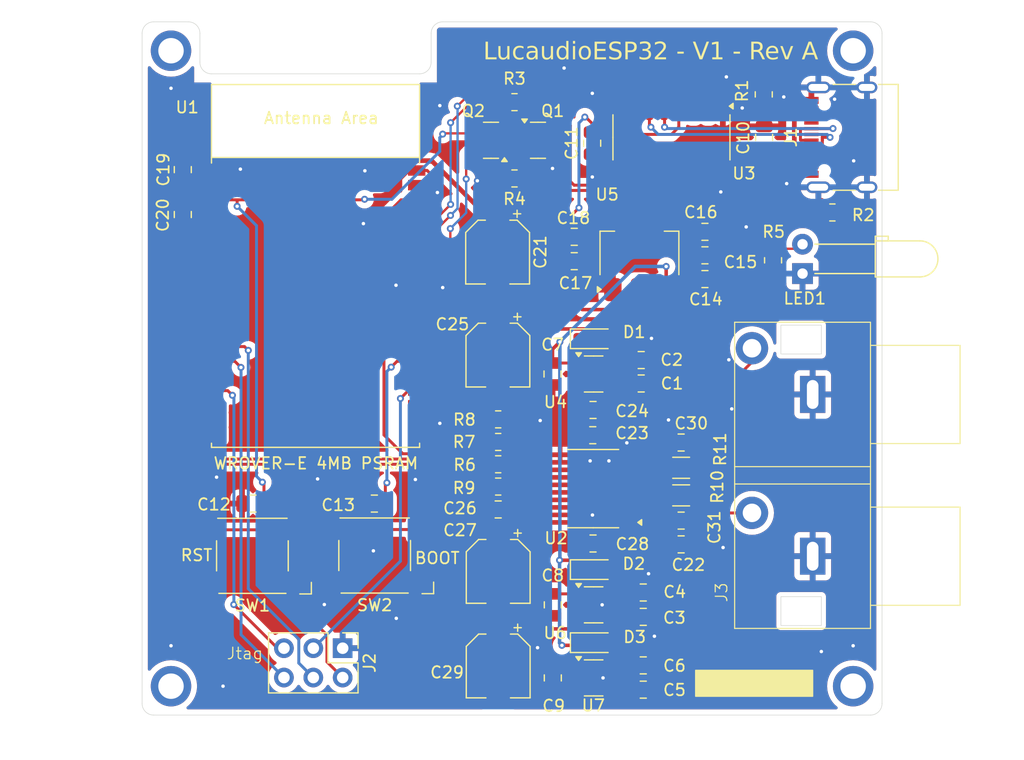
<source format=kicad_pcb>
(kicad_pcb (version 20240108) (generator "pcbnew") (generator_version "8.0")
  (layers (0 "F.Cu" signal) (31 "B.Cu" signal) (34 "B.Paste" user) (35 "F.Paste" user) (36 "B.SilkS" user "B.Silkscreen") (37 "F.SilkS" user "F.Silkscreen") (38 "B.Mask" user) (39 "F.Mask" user) (44 "Edge.Cuts" user))
  (net 0 "")
  (net 1 "GND")
  (net 4 "Net-(U2-CAPM)")
  (net 6 "Net-(U2-CAPP)")
  (net 7 "Net-(U2-VNEG)")
  (net 8 "Net-(J3-IN2)")
  (net 9 "Net-(J3-IN1)")
  (net 10 "I2S_WS")
  (net 11 "Net-(U2-LRCK)")
  (net 12 "I2S_DATA")
  (net 13 "Net-(U2-DIN)")
  (net 14 "I2S_CLK")
  (net 15 "Net-(U2-BCK)")
  (net 16 "Net-(U2-XSMT)")
  (net 17 "Net-(U2-OUTL)")
  (net 31 "+5V")
  (net 32 "3V3")
  (net 33 "Net-(J1-CC2)")
  (net 34 "Net-(U3-UD-)")
  (net 35 "Net-(J1-CC1)")
  (net 36 "Net-(U3-UD+)")
  (net 37 "RTS")
  (net 38 "DTR")
  (net 39 "MCU_TX")
  (net 40 "MCU_RX")
  (net 41 "MCU_RST")
  (net 42 "GPIO0")
  (net 43 "Net-(LED1-A)")
  (net 44 "Net-(Q1-B)")
  (net 45 "Net-(Q2-B)")
  (net 46 "3V3_1")
  (net 47 "3V3_2")
  (net 48 "3V3_3")
  (net 49 "Net-(U2-OUTR)")
  (net 50 "SPI_HOST")
  (net 52 "GPIO14")
  (net 53 "GPIO13")
  (net 54 "SPI_RST")
  (net 55 "SPI_CLK")
  (net 56 "SPI_DC")
  (net 57 "RL1")
  (net 59 "GPIO15")
  (net 60 "SPI_MISO")
  (net 61 "SPI_MOSI")
  (net 62 "RGB")
  (net 64 "SPI_CS")
  (net 65 "GPIO12")
  (footprint "Capacitor_SMD:C_0805_2012Metric_Pad1.18x1.45mm_HandSolder" (layer "F.Cu") (at 149.1234 109.1692)
    (property "Reference" "C31")
    (property "Value" "2.2nF")
  )
  (footprint "Capacitor_SMD:C_0805_2012Metric" (layer "F.Cu") (at 139.8778 86.7156)
    (property "Reference" "C17")
    (property "Value" "100nF")
  )
  (footprint "Capacitor_SMD:C_0805_2012Metric_Pad1.18x1.45mm_HandSolder" (layer "F.Cu") (at 133.2992 108.204 180)
    (property "Reference" "C26")
    (property "Value" "100nF")
  )
  (footprint "Local_connector:2x RCA" (layer "F.Cu") (at 161.25 105.25 90)
    (property "Reference" "J3")
    (property "Value" "Conn_Coaxial_x2")
    (fp_rect (start 10.5 -3.5) (end 13 0) (stroke (width 0.05)) (fill none) (layer "Edge.Cuts"))
    (fp_rect (start -13 -3.5) (end -10.5 0) (stroke (width 0.05)) (fill none) (layer "Edge.Cuts"))
  )
  (footprint "Capacitor_SMD:C_0805_2012Metric" (layer "F.Cu") (at 137.9982 96.4805 -90)
    (property "Reference" "C7")
    (property "Value" "1uF")
  )
  (footprint "Capacitor_SMD:C_0805_2012Metric" (layer "F.Cu") (at 151.1808 88.265)
    (property "Reference" "C14")
    (property "Value" "100nF")
  )
  (footprint "Espressif:ESP32-WROVER-E" (layer "F.Cu") (at 117.5004 87.122)
    (property "Reference" "U1")
    (property "Value" "ESP32-WROVER-E")
  )
  (footprint "Diode_SMD:D_SOD-323_HandSoldering" (layer "F.Cu") (at 141.5542 93.4325)
    (property "Reference" "D1")
    (property "Value" "1N5819WS")
  )
  (footprint "Resistor_SMD:R_0805_2012Metric_Pad1.20x1.40mm_HandSolder" (layer "F.Cu") (at 134.7092 72.9508)
    (property "Reference" "R3")
    (property "Value" "10K")
  )
  (footprint "Capacitor_SMD:C_0805_2012Metric" (layer "F.Cu") (at 156.2992 75.9988 90)
    (property "Reference" "C10")
    (property "Value" "100nF")
  )
  (footprint "Package_TO_SOT_SMD:SOT-23-5" (layer "F.Cu") (at 141.5542 122.7836)
    (property "Reference" "U7")
    (property "Value" "LP5907MFX-3.3")
  )
  (footprint "Resistor_SMD:R_0805_2012Metric_Pad1.20x1.40mm_HandSolder" (layer "F.Cu") (at 156.2695 72.2797 -90)
    (property "Reference" "R1")
    (property "Value" "5.1k")
  )
  (footprint "Capacitor_SMD:C_0805_2012Metric_Pad1.18x1.45mm_HandSolder" (layer "F.Cu") (at 106.0196 78.7908 90)
    (property "Reference" "C19")
    (property "Value" "100nF")
  )
  (footprint "Package_TO_SOT_SMD:SOT-223-3_TabPin2" (layer "F.Cu") (at 145.5166 86.0298 90)
    (property "Reference" "U5")
    (property "Value" "TLV1117-33")
  )
  (footprint "Capacitor_SMD:C_0805_2012Metric" (layer "F.Cu") (at 145.8468 121.7)
    (property "Reference" "C6")
    (property "Value" "100nF")
  )
  (footprint "Capacitor_SMD:C_0805_2012Metric_Pad1.18x1.45mm_HandSolder" (layer "F.Cu") (at 149.1234 102.4128 180)
    (property "Reference" "C30")
    (property "Value" "2.2nF")
  )
  (footprint "Capacitor_SMD:CP_Elec_5x4.5" (layer "F.Cu") (at 133.2738 94.8436 -90)
    (property "Reference" "C25")
    (property "Value" "10uF")
  )
  (footprint "Capacitor_SMD:C_0805_2012Metric" (layer "F.Cu") (at 145.669 95.2754)
    (property "Reference" "C2")
    (property "Value" "100nF")
  )
  (footprint "MountingHole:MountingHole_2.2mm_M2_ISO7380_Pad" (layer "F.Cu") (at 105 123.5)
    (property "Reference" "REF**" (hide yes))
    (property "Value" "MountingHole_2.2mm_M2_ISO7380_Pad")
  )
  (footprint "Capacitor_SMD:C_0805_2012Metric" (layer "F.Cu") (at 122.5887 107.696 180)
    (property "Reference" "C13")
    (property "Value" "100nF")
  )
  (footprint "Package_TO_SOT_SMD:SOT-23" (layer "F.Cu") (at 132.6772 76.2528 180)
    (property "Reference" "Q2")
    (property "Value" "BC847")
  )
  (footprint "Resistor_SMD:R_1206_3216Metric_Pad1.30x1.75mm_HandSolder" (layer "F.Cu") (at 149.1234 104.5972)
    (property "Reference" "R11")
    (property "Value" "470")
  )
  (footprint "Capacitor_SMD:C_0805_2012Metric_Pad1.18x1.45mm_HandSolder" (layer "F.Cu") (at 141.478 101.7778 180)
    (property "Reference" "C23")
    (property "Value" "2.2uF")
  )
  (footprint "Package_TO_SOT_SMD:SOT-23" (layer "F.Cu") (at 136.7412 76.2528)
    (property "Reference" "Q1")
    (property "Value" "BC847")
  )
  (footprint "Connector_PinHeader_2.54mm:PinHeader_2x03_P2.54mm_Vertical" (layer "F.Cu") (at 119.8476 120.2132 -90)
    (property "Reference" "J2")
    (property "Value" "jtag")
  )
  (footprint "Capacitor_SMD:C_0805_2012Metric_Pad1.18x1.45mm_HandSolder" (layer "F.Cu") (at 149.1234 111.2266 180)
    (property "Reference" "C22")
    (property "Value" "2.2uF")
  )
  (footprint "Capacitor_SMD:CP_Elec_5x4.5" (layer "F.Cu") (at 133.2484 85.9282 -90)
    (property "Reference" "C21")
    (property "Value" "100uF")
  )
  (footprint "Capacitor_SMD:C_0805_2012Metric" (layer "F.Cu") (at 112.0902 107.696 180)
    (property "Reference" "C12")
    (property "Value" "100nF")
  )
  (footprint "Capacitor_SMD:C_0805_2012Metric" (layer "F.Cu") (at 145.8468 123.8)
    (property "Reference" "C5")
    (property "Value" "1uF")
  )
  (footprint "MountingHole:MountingHole_2.2mm_M2_ISO7380_Pad" (layer "F.Cu") (at 164 123.5)
    (property "Reference" "REF**" (hide yes))
    (property "Value" "MountingHole_2.2mm_M2_ISO7380_Pad")
  )
  (footprint "Capacitor_SMD:C_0805_2012Metric" (layer "F.Cu") (at 151.1808 84.1756)
    (property "Reference" "C16")
    (property "Value" "10uF")
  )
  (footprint "Connector_USB:USB_C_Receptacle_G-Switch_GT-USB-7010ASV" (layer "F.Cu") (at 164.1142 75.9968 90)
    (property "Reference" "J1")
    (property "Value" "USB_C_Receptacle_USB2.0_16P")
  )
  (footprint "Resistor_SMD:R_0805_2012Metric_Pad1.20x1.40mm_HandSolder" (layer "F.Cu") (at 133.2992 106.2228)
    (property "Reference" "R9")
    (property "Value" "470")
  )
  (footprint "Diode_SMD:D_SOD-323_HandSoldering" (layer "F.Cu") (at 141.5542 119.7356)
    (property "Reference" "D3")
    (property "Value" "1N5819WS")
  )
  (footprint "Button_Switch_SMD:SW_SPST_Omron_B3FS-100xP" (layer "F.Cu") (at 112.0394 112.2172 180)
    (property "Reference" "SW1")
    (property "Value" "SW_Omron_B3FS")
  )
  (footprint "Capacitor_SMD:C_0805_2012Metric" (layer "F.Cu") (at 138.0236 116.459 -90)
    (property "Reference" "C8")
    (property "Value" "1uF")
  )
  (footprint "Resistor_SMD:R_0805_2012Metric_Pad1.20x1.40mm_HandSolder" (layer "F.Cu") (at 157.0736 86.6394 90)
    (property "Reference" "R5")
    (property "Value" "1K")
  )
  (footprint "MountingHole:MountingHole_2.2mm_M2_ISO7380_Pad" (layer "F.Cu") (at 105 68.5)
    (property "Reference" "REF**" (hide yes))
    (property "Value" "MountingHole_2.2mm_M2_ISO7380_Pad")
  )
  (footprint "Capacitor_SMD:CP_Elec_5x4.5" (layer "F.Cu") (at 133.2992 121.75 -90)
    (property "Reference" "C29")
    (property "Value" "10uF")
  )
  (footprint "Capacitor_SMD:C_0805_2012Metric_Pad1.18x1.45mm_HandSolder" (layer "F.Cu") (at 141.5034 111.1504 180)
    (property "Reference" "C28")
    (property "Value" "100nF")
  )
  (footprint "Capacitor_SMD:C_0805_2012Metric" (layer "F.Cu") (at 145.8468 115.3922)
    (property "Reference" "C4")
    (property "Value" "100nF")
  )
  (footprint "Resistor_SMD:R_0805_2012Metric_Pad1.20x1.40mm_HandSolder" (layer "F.Cu") (at 133.2992 102.362)
    (property "Reference" "R7")
    (property "Value" "470")
  )
  (footprint "Capacitor_SMD:CP_Elec_5x4.5" (layer "F.Cu") (at 133.2992 113.5634 -90)
    (property "Reference" "C27")
    (property "Value" "10uF")
  )
  (footprint "Resistor_SMD:R_1206_3216Metric_Pad1.30x1.75mm_HandSolder" (layer "F.Cu") (at 149.1234 106.9848)
    (property "Reference" "R10")
    (property "Value" "470")
  )
  (footprint "Resistor_SMD:R_0805_2012Metric_Pad1.20x1.40mm_HandSolder" (layer "F.Cu") (at 133.2992 104.2924)
    (property "Reference" "R6")
    (property "Value" "470")
  )
  (footprint "Capacitor_SMD:C_0805_2012Metric" (layer "F.Cu") (at 139.8778 84.6074)
    (property "Reference" "C18")
    (property "Value" "10uF")
  )
  (footprint "Package_TO_SOT_SMD:SOT-23-5" (layer "F.Cu") (at 141.5542 96.4805)
    (property "Reference" "U4")
    (property "Value" "LP5907MFX-3.3")
  )
  (footprint "Capacitor_SMD:C_0805_2012Metric" (layer "F.Cu") (at 151.1808 86.2076)
    (property "Reference" "C15")
    (property "Value" "100nF")
  )
  (footprint "Capacitor_SMD:C_0805_2012Metric_Pad1.18x1.45mm_HandSolder" (layer "F.Cu") (at 106.0196 82.677 -90)
    (property "Reference" "C20")
    (property "Value" "4.7uF")
  )
  (footprint "Resistor_SMD:R_0805_2012Metric_Pad1.20x1.40mm_HandSolder" (layer "F.Cu") (at 162.2044 82.4992 180)
    (property "Reference" "R2")
    (property "Value" "5.1k")
  )
  (footprint "Button_Switch_SMD:SW_SPST_Omron_B3FS-100xP" (layer "F.Cu") (at 122.6141 112.1918 180)
    (property "Reference" "SW2")
    (property "Value" "SW_Omron_B3FS")
  )
  (footprint "Resistor_SMD:R_0805_2012Metric_Pad1.20x1.40mm_HandSolder" (layer "F.Cu") (at 134.7092 79.5548 180)
    (property "Reference" "R4")
    (property "Value" "10K")
  )
  (footprint "Capacitor_SMD:C_0805_2012Metric" (layer "F.Cu") (at 138.0236 122.7836 -90)
    (property "Reference" "C9")
    (property "Value" "1uF")
  )
  (footprint "Resistor_SMD:R_0805_2012Metric_Pad1.20x1.40mm_HandSolder" (layer "F.Cu") (at 133.2992 100.4062)
    (property "Reference" "R8")
    (property "Value" "470")
  )
  (footprint "Package_SO:SOIC-16_3.9x9.9mm_P1.27mm" (layer "F.Cu") (at 148.2852 75.9968 -90)
    (property "Reference" "U3")
    (property "Value" "CH340C")
  )
  (footprint "Capacitor_SMD:C_0805_2012Metric_Pad1.18x1.45mm_HandSolder" (layer "F.Cu") (at 141.5034 99.5934 180)
    (property "Reference" "C24")
    (property "Value" "100nF")
  )
  (footprint "Capacitor_SMD:C_0805_2012Metric" (layer "F.Cu") (at 145.669 97.3)
    (property "Reference" "C1")
    (property "Value" "1uF")
  )
  (footprint "Capacitor_SMD:C_0805_2012Metric" (layer "F.Cu") (at 145.8468 117.5004)
    (property "Reference" "C3")
    (property "Value" "1uF")
  )
  (footprint "Capacitor_SMD:C_0805_2012Metric" (layer "F.Cu") (at 141.4272 76.5048 -90)
    (property "Reference" "C11")
    (property "Value" "100nF")
  )
  (footprint "Diode_SMD:D_SOD-323_HandSoldering" (layer "F.Cu") (at 141.5542 113.411)
    (property "Reference" "D2")
    (property "Value" "1N5819WS")
  )
  (footprint "Package_SO:TSSOP-20_4.4x6.5mm_P0.65mm" (layer "F.Cu") (at 141.5191 106.4006 180)
    (property "Reference" "U2")
    (property "Value" "PCM5100")
  )
  (footprint "LED_THT:LED_D3.0mm_Horizontal_O6.35mm_Z10.0mm" (layer "F.Cu") (at 159.6234 87.7878 90)
    (property "Reference" "LED1")
    (property "Value" "RED")
  )
  (footprint "MountingHole:MountingHole_2.2mm_M2_ISO7380_Pad" (layer "F.Cu") (at 164 68.5)
    (property "Reference" "REF**" (hide yes))
    (property "Value" "MountingHole_2.2mm_M2_ISO7380_Pad")
  )
  (footprint "Package_TO_SOT_SMD:SOT-23-5" (layer "F.Cu") (at 141.5542 116.459)
    (property "Reference" "U6")
    (property "Value" "LP5907MFX-3.3")
  )
  (gr_rect (start 150.375 122.125) (end 160.5 124.375) (stroke (width 0.1)) (fill solid) (layer "F.SilkS"))
  (gr_line (start 103.5 66) (end 106.5 66) (stroke (width 0.05)) (layer "Edge.Cuts"))
  (gr_arc (start 103.5 126) (mid 102.792893 125.707107) (end 102.5 125) (stroke (width 0.05)) (layer "Edge.Cuts"))
  (gr_line (start 128.5 66) (end 165.5 66) (stroke (width 0.05)) (layer "Edge.Cuts"))
  (gr_arc (start 102.5 67) (mid 102.792893 66.292893) (end 103.5 66) (stroke (width 0.05)) (layer "Edge.Cuts"))
  (gr_line (start 108.5 70.5) (end 126.5 70.5) (stroke (width 0.05)) (layer "Edge.Cuts"))
  (gr_line (start 102.5 125) (end 102.5 67) (stroke (width 0.05)) (layer "Edge.Cuts"))
  (gr_arc (start 106.5 66) (mid 107.207107 66.292893) (end 107.5 67) (stroke (width 0.05)) (layer "Edge.Cuts"))
  (gr_line (start 107.5 67) (end 107.5 69.5) (stroke (width 0.05)) (layer "Edge.Cuts"))
  (gr_line (start 165.5 126) (end 103.5 126) (stroke (width 0.05)) (layer "Edge.Cuts"))
  (gr_arc (start 108.5 70.5) (mid 107.792893 70.207107) (end 107.5 69.5) (stroke (width 0.05)) (layer "Edge.Cuts"))
  (gr_arc (start 127.5 67) (mid 127.792893 66.292893) (end 128.5 66) (stroke (width 0.05)) (layer "Edge.Cuts"))
  (gr_line (start 127.5 69.5) (end 127.5 67) (stroke (width 0.05)) (layer "Edge.Cuts"))
  (gr_arc (start 127.5 69.5) (mid 127.207107 70.207107) (end 126.5 70.5) (stroke (width 0.05)) (layer "Edge.Cuts"))
  (gr_arc (start 165.5 66) (mid 166.207107 66.292893) (end 166.5 67) (stroke (width 0.05)) (layer "Edge.Cuts"))
  (gr_arc (start 166.5 125) (mid 166.207107 125.707107) (end 165.5 126) (stroke (width 0.05)) (layer "Edge.Cuts"))
  (gr_line (start 166.5 67) (end 166.5 125) (stroke (width 0.05)) (layer "Edge.Cuts"))
  (gr_text "BOOT" (at 126 113 0) (layer "F.SilkS") (effects (font (size 1 1)) (justify left bottom)))
  (gr_text "WROVER-E 4MB PSRAM" (at 108.6 104.8 0) (layer "F.SilkS") (effects (font (size 1 1)) (justify left bottom)))
  (gr_text "Jtag" (at 109.75 121.25 0) (layer "F.SilkS") (effects (font (size 1 1) (thickness 0.1)) (justify left bottom)))
  (gr_text "RST" (at 105.75 112.75 0) (layer "F.SilkS") (effects (font (size 1 1)) (justify left bottom)))
  (gr_text "LucaudioESP32 - V1 - Rev A" (at 132 69.5 0) (layer "F.SilkS") (effects (font (size 1.5 1.5) (thickness 0.2)) (justify left bottom)))
  (segment (start 126.2504 78.867) (end 125.603 78.867) (width 0.254) (layer "F.Cu") (net 1))
  (segment (start 160.3892 79.1968) (end 158.9432 79.1968) (width 0.254) (layer "F.Cu") (net 1))
  (segment (start 141.6304 97.031701) (end 141.6304 98.4289) (width 0.254) (layer "F.Cu") (net 1))
  (segment (start 138.6566 108.6756) (end 140.219 108.6756) (width 0.254) (layer "F.Cu") (net 1))
  (segment (start 139.8756 104.1256) (end 140 104.25) (width 0.2) (layer "F.Cu") (net 1))
  (segment (start 144.3816 104.1256) (end 143.1337 104.1256) (width 0.254) (layer "F.Cu") (net 1))
  (segment (start 143.1337 104.1256) (end 143.0026 104.1256) (width 0.254) (layer "F.Cu") (net 1))
  (segment (start 137.8756 104.1256) (end 137.25 103.5) (width 0.2) (layer "F.Cu") (net 1))
  (segment (start 138.6566 106.7256) (end 140.279 106.7256) (width 0.254) (layer "F.Cu") (net 1))
  (segment (start 140.4167 96.4805) (end 141.079199 96.4805) (width 0.254) (layer "F.Cu") (net 1))
  (segment (start 144.3816 108.0256) (end 143.0933 108.0256) (width 0.254) (layer "F.Cu") (net 1))
  (segment (start 126.2504 78.867) (end 127.1524 78.867) (width 0.254) (layer "F.Cu") (net 1))
  (segment (start 140.279 106.7256) (end 140.3096 106.7562) (width 0.254) (layer "F.Cu") (net 1))
  (segment (start 127.1524 78.867) (end 127.7366 79.4512) (width 0.254) (layer "F.Cu") (net 1))
  (segment (start 141.079199 96.4805) (end 141.6304 97.031701) (width 0.254) (layer "F.Cu") (net 1))
  (segment (start 143.1337 104.1256) (end 143.1193 104.14) (width 0.254) (layer "F.Cu") (net 1))
  (segment (start 140.219 108.6756) (end 140.4366 108.458) (width 0.254) (layer "F.Cu") (net 1))
  (segment (start 138.6566 104.1256) (end 139.8756 104.1256) (width 0.2) (layer "F.Cu") (net 1))
  (segment (start 143.0933 108.0256) (end 143.0685 108.0008) (width 0.254) (layer "F.Cu") (net 1))
  (segment (start 141.6304 98.4289) (end 140.4659 99.5934) (width 0.254) (layer "F.Cu") (net 1))
  (segment (start 125.603 78.867) (end 124.841 79.629) (width 0.254) (layer "F.Cu") (net 1))
  (segment (start 138.6566 104.1256) (end 137.8756 104.1256) (width 0.2) (layer "F.Cu") (net 1))
  (segment (start 143.0026 104.1256) (end 142.877 104) (width 0.254) (layer "F.Cu") (net 1))
  (via (at 142.877 104) (size 0.6) (drill 0.3) (layers "F.Cu" "B.Cu") (net 1))
  (via (at 161.25 120.5) (size 0.6) (drill 0.3) (layers "F.Cu" "B.Cu") (net 1))
  (via (at 153.035 70.7644) (size 0.6) (drill 0.3) (layers "F.Cu" "B.Cu") (net 1))
  (via (at 105 71.75) (size 0.6) (drill 0.3) (layers "F.Cu" "B.Cu") (net 1))
  (via (at 152.75 111.5) (size 0.6) (drill 0.3) (layers "F.Cu" "B.Cu") (net 1))
  (via (at 109.5 123.5) (size 0.6) (drill 0.3) (layers "F.Cu" "B.Cu") (net 1))
  (via (at 146.304 113.7666) (size 0.6) (drill 0.3) (layers "F.Cu" "B.Cu") (net 1))
  (via (at 139 70) (size 0.6) (drill 0.3) (layers "F.Cu" "B.Cu") (net 1))
  (via (at 142.367 122.7836) (size 0.6) (drill 0.3) (layers "F.Cu" "B.Cu") (net 1))
  (via (at 136.7028 120.1674) (size 0.6) (drill 0.3) (layers "F.Cu" "B.Cu") (net 1))
  (via (at 153.5 99.5) (size 0.6) (drill 0.3) (layers "F.Cu" "B.Cu") (net 1))
  (via (at 152.5524 80.7212) (size 0.6) (drill 0.3) (layers "F.Cu" "B.Cu") (net 1))
  (via (at 164.0462 78.0308) (size 0.6) (drill 0.3) (layers "F.Cu" "B.Cu") (net 1))
  (via (at 158 72.5) (size 0.6) (drill 0.3) (layers "F.Cu" "B.Cu") (net 1))
  (via (at 158.25 80) (size 0.6) (drill 0.3) (layers "F.Cu" "B.Cu") (net 1))
  (via (at 146.558 93.3958) (size 0.6) (drill 0.3) (layers "F.Cu" "B.Cu") (net 1))
  (via (at 124.4854 117.6274) (size 0.6) (drill 0.3) (layers "F.Cu" "B.Cu") (net 1))
  (via (at 118.2624 116.4336) (size 0.6) (drill 0.3) (layers "F.Cu" "B.Cu") (net 1))
  (via (at 141.4402 79.4278) (size 0.6) (drill 0.3) (layers "F.Cu" "B.Cu") (net 1))
  (via (at 142.2908 116.459) (size 0.6) (drill 0.3) (layers "F.Cu" "B.Cu") (net 1))
  (via (at 164 120) (size 0.6) (drill 0.3) (layers "F.Cu" "B.Cu") (net 1))
  (via (at 148.0312 100.457) (size 0.6) (drill 0.3) (layers "F.Cu" "B.Cu") (net 1))
  (via (at 128.0414 80.772) (size 0.6) (drill 0.3) (layers "F.Cu" "B.Cu") (net 1))
  (via (at 146.812 119.1768) (size 0.6) (drill 0.3) (layers "F.Cu" "B.Cu") (net 1))
  (via (at 124.46 88.7984) (size 0.6) (drill 0.3) (layers "F.Cu" "B.Cu") (net 1))
  (via (at 121.6406 83.4644) (size 0.6) (drill 0.3) (layers "F.Cu" "B.Cu") (net 1))
  (via (at 128.5 89) (size 0.6) (drill 0.3) (layers "F.Cu" "B.Cu") (net 1))
  (via (at 108.9406 105.41) (size 0.6) (drill 0.3) (layers "F.Cu" "B.Cu") (net 1))
  (via (at 122.5042 111.7854) (size 0.6) (drill 0.3) (layers "F.Cu" "B.Cu") (net 1))
  (via (at 137.9982 78.6892) (size 0.6) (drill 0.3) (layers "F.Cu" "B.Cu") (net 1))
  (via (at 144.4244 102.4382) (size 0.6) (drill 0.3) (layers "F.Cu" "B.Cu") (net 1))
  (via (at 141.4402 72.1888) (size 0.6) (drill 0.3) (layers "F.Cu" "B.Cu") (net 1))
  (via (at 153.25 95.25) (size 0.6) (drill 0.3) (layers "F.Cu" "B.Cu") (net 1))
  (via (at 128.25 100.75) (size 0.6) (drill 0.3) (layers "F.Cu" "B.Cu") (net 1))
  (via (at 136.9314 100.5078) (size 0.6) (drill 0.3) (layers "F.Cu" "B.Cu") (net 1))
  (via (at 141.4526 108.6866) (size 0.6) (drill 0.3) (layers "F.Cu" "B.Cu") (net 1))
  (via (at 111 78.75) (size 0.6) (drill 0.3) (layers "F.Cu" "B.Cu") (net 1))
  (via (at 131.4958 79.756) (size 0.6) (drill 0.3) (layers "F.Cu" "B.Cu") (net 1))
  (via (at 141.25 104) (size 0.6) (drill 0.3) (layers "F.Cu" "B.Cu") (net 1))
  (via (at 105 120) (size 0.6) (drill 0.3) (layers "F.Cu" "B.Cu") (net 1))
  (via (at 154.4066 73.4568) (size 0.6) (drill 0.3) (layers "F.Cu" "B.Cu") (net 1))
  (via (at 162.3952 72.6968) (size 0.6) (drill 0.3) (layers "F.Cu" "B.Cu") (net 1))
  (via (at 121.7676 78.8924) (size 0.6) (drill 0.3) (layers "F.Cu" "B.Cu") (net 1))
  (via (at 126.1364 105.6132) (size 0.6) (drill 0.3) (layers "F.Cu" "B.Cu") (net 1))
  (via (at 154.75 83.75) (size 0.6) (drill 0.3) (layers "F.Cu" "B.Cu") (net 1))
  (via (at 128.25 73.25) (size 0.6) (drill 0.3) (layers "F.Cu" "B.Cu") (net 1))
  (via (at 117.6782 105.5624) (size 0.6) (drill 0.3) (layers "F.Cu" "B.Cu") (net 1))
  (segment (start 147.1714 109.353448) (end 147.1714 110.7478) (width 0.254) (layer "F.Cu") (net 4))
  (segment (start 147.6502 111.2266) (end 148.0859 111.2266) (width 0.254) (layer "F.Cu") (net 4))
  (segment (start 147.1714 110.7478) (end 147.6502 111.2266) (width 0.254) (layer "F.Cu") (net 4))
  (segment (start 144.3816 107.3756) (end 145.193552 107.3756) (width 0.254) (layer "F.Cu") (net 4))
  (segment (start 145.193552 107.3756) (end 147.1714 109.353448) (width 0.254) (layer "F.Cu") (net 4))
  (segment (start 147.4322 112.2786) (end 146.7104 111.5568) (width 0.254) (layer "F.Cu") (net 6))
  (segment (start 146.7104 111.5568) (end 146.7104 109.5502) (width 0.254) (layer "F.Cu") (net 6))
  (segment (start 145.8358 108.6756) (end 144.3816 108.6756) (width 0.254) (layer "F.Cu") (net 6))
  (segment (start 149.1089 112.2786) (end 147.4322 112.2786) (width 0.254) (layer "F.Cu") (net 6))
  (segment (start 146.7104 109.5502) (end 145.8358 108.6756) (width 0.254) (layer "F.Cu") (net 6))
  (segment (start 150.1609 111.2266) (end 149.1089 112.2786) (width 0.254) (layer "F.Cu") (net 6))
  (segment (start 142.25 102.0433) (end 142.25 105.28814) (width 0.254) (layer "F.Cu") (net 7))
  (segment (start 143.68746 106.7256) (end 144.3816 106.7256) (width 0.254) (layer "F.Cu") (net 7))
  (segment (start 142.25 105.28814) (end 143.68746 106.7256) (width 0.254) (layer "F.Cu") (net 7))
  (segment (start 142.5155 101.7778) (end 142.25 102.0433) (width 0.254) (layer "F.Cu") (net 7))
  (segment (start 155.2424 108.5076) (end 155.25 108.5) (width 0.254) (layer "F.Cu") (net 8))
  (segment (start 150.6734 102.9253) (end 150.1609 102.4128) (width 0.254) (layer "F.Cu") (net 8))
  (segment (start 150.6734 104.5972) (end 150.6734 102.9253) (width 0.254) (layer "F.Cu") (net 8))
  (segment (start 152.019 105.9428) (end 152.019 107.2896) (width 0.254) (layer "F.Cu") (net 8))
  (segment (start 150.6734 104.5972) (end 152.019 105.9428) (width 0.254) (layer "F.Cu") (net 8))
  (segment (start 155.25 108.517) (end 155.25 108.5) (width 0.254) (layer "F.Cu") (net 8))
  (segment (start 155.8368 109.1038) (end 155.25 108.517) (width 0.254) (layer "F.Cu") (net 8))
  (segment (start 152.019 107.2896) (end 153.237 108.5076) (width 0.254) (layer "F.Cu") (net 8))
  (segment (start 153.237 108.5076) (end 155.2424 108.5076) (width 0.254) (layer "F.Cu") (net 8))
  (segment (start 150.2703 106.9848) (end 150.6734 106.9848) (width 0.254) (layer "F.Cu") (net 9))
  (segment (start 155.25 95.4406) (end 155.25 94.25) (width 0.254) (layer "F.Cu") (net 9))
  (segment (start 150.1609 107.4973) (end 150.6734 106.9848) (width 0.254) (layer "F.Cu") (net 9))
  (segment (start 150.6734 106.9848) (end 149.1234 105.4348) (width 0.254) (layer "F.Cu") (net 9))
  (segment (start 149.1234 105.4348) (end 149.1234 101.5672) (width 0.254) (layer "F.Cu") (net 9))
  (segment (start 149.1234 101.5672) (end 155.25 95.4406) (width 0.254) (layer "F.Cu") (net 9))
  (segment (start 148.0859 109.1692) (end 150.2703 106.9848) (width 0.254) (layer "F.Cu") (net 9))
  (segment (start 132.2992 104.2924) (end 108.0262 104.2924) (width 0.254) (layer "F.Cu") (net 10))
  (segment (start 108.0262 104.2924) (end 106.5784 102.8446) (width 0.254) (layer "F.Cu") (net 10))
  (segment (start 106.5784 91.821) (end 108.1024 90.297) (width 0.254) (layer "F.Cu") (net 10))
  (segment (start 108.1024 90.297) (end 108.7504 90.297) (width 0.254) (layer "F.Cu") (net 10))
  (segment (start 106.5784 102.8446) (end 106.5784 91.821) (width 0.254) (layer "F.Cu") (net 10))
  (segment (start 135.587548 104.2924) (end 137.370748 106.0756) (width 0.254) (layer "F.Cu") (net 11))
  (segment (start 134.2992 104.2924) (end 135.587548 104.2924) (width 0.254) (layer "F.Cu") (net 11))
  (segment (start 137.370748 106.0756) (end 138.6566 106.0756) (width 0.254) (layer "F.Cu") (net 11))
  (segment (start 132.2992 102.362) (end 133.3246 101.3366) (width 0.254) (layer "F.Cu") (net 12))
  (segment (start 133.3246 99.5934) (end 133.0452 99.314) (width 0.254) (layer "F.Cu") (net 12))
  (segment (start 123.4186 101.7524) (end 123.4186 82.8802) (width 0.254) (layer "F.Cu") (net 12))
  (segment (start 131.7244 99.314) (end 127.654 103.3844) (width 0.254) (layer "F.Cu") (net 12))
  (segment (start 125.0506 103.3844) (end 123.4186 101.7524) (width 0.254) (layer "F.Cu") (net 12))
  (segment (start 133.3246 101.3366) (end 133.3246 99.5934) (width 0.254) (layer "F.Cu") (net 12))
  (segment (start 123.4186 82.8802) (end 124.8918 81.407) (width 0.254) (layer "F.Cu") (net 12))
  (segment (start 124.8918 81.407) (end 126.2504 81.407) (width 0.254) (layer "F.Cu") (net 12))
  (segment (start 133.0452 99.314) (end 131.7244 99.314) (width 0.254) (layer "F.Cu") (net 12))
  (segment (start 127.654 103.3844) (end 125.0506 103.3844) (width 0.254) (layer "F.Cu") (net 12))
  (segment (start 137.3628 105.4256) (end 138.6566 105.4256) (width 0.254) (layer "F.Cu") (net 13))
  (segment (start 134.2992 102.362) (end 137.3628 105.4256) (width 0.254) (layer "F.Cu") (net 13))
  (segment (start 129.1812 103.8384) (end 108.214252 103.8384) (width 0.254) (layer "F.Cu") (net 14))
  (segment (start 107.7976 91.567) (end 108.7504 91.567) (width 0.254) (layer "F.Cu") (net 14))
  (segment (start 107.0864 92.2782) (end 107.7976 91.567) (width 0.254) (layer "F.Cu") (net 14))
  (segment (start 132.2992 100.7204) (end 129.1812 103.8384) (width 0.254) (layer "F.Cu") (net 14))
  (segment (start 108.214252 103.8384) (end 107.0864 102.710548) (width 0.254) (layer "F.Cu") (net 14))
  (segment (start 107.0864 102.710548) (end 107.0864 92.2782) (width 0.254) (layer "F.Cu") (net 14))
  (segment (start 132.2992 100.4062) (end 132.2992 100.7204) (width 0.254) (layer "F.Cu") (net 14))
  (segment (start 135.255 100.4062) (end 134.2992 100.4062) (width 0.254) (layer "F.Cu") (net 15))
  (segment (start 138.6566 104.7756) (end 137.426647 104.7756) (width 0.254) (layer "F.Cu") (net 15))
  (segment (start 136.0932 101.2444) (end 135.255 100.4062) (width 0.254) (layer "F.Cu") (net 15))
  (segment (start 136.0932 103.442153) (end 136.0932 101.2444) (width 0.254) (layer "F.Cu") (net 15))
  (segment (start 137.426647 104.7756) (end 136.0932 103.442153) (width 0.254) (layer "F.Cu") (net 15))
  (segment (start 134.2992 106.2228) (end 135.4328 106.2228) (width 0.254) (layer "F.Cu") (net 16))
  (segment (start 135.4328 106.2228) (end 136.5856 107.3756) (width 0.254) (layer "F.Cu") (net 16))
  (segment (start 136.5856 107.3756) (end 138.6566 107.3756) (width 0.254) (layer "F.Cu") (net 16))
  (segment (start 134.2992 106.2228) (end 134.5526 105.9694) (width 0.3048) (layer "F.Cu") (net 16))
  (segment (start 146.6642 106.0756) (end 144.3816 106.0756) (width 0.254) (layer "F.Cu") (net 17))
  (segment (start 147.5734 106.9848) (end 146.6642 106.0756) (width 0.254) (layer "F.Cu") (net 17))
  (segment (start 150.2308 84.1756) (end 150.2308 86.2076) (width 0.4064) (layer "F.Cu") (net 31))
  (segment (start 159.3628 73.5158) (end 160.3892 73.5158) (width 0.4064) (layer "F.Cu") (net 31))
  (segment (start 148.3614 90.8558) (end 147.8166 90.311) (width 0.4064) (layer "F.Cu") (net 31))
  (segment (start 158.848 76.9488) (end 156.2992 76.9488) (width 0.4064) (layer "F.Cu") (net 31))
  (segment (start 150.2308 88.265) (end 150.2308 90.231) (width 0.4064) (layer "F.Cu") (net 31))
  (segment (start 150.2308 83.119) (end 150.2308 84.1756) (width 0.4064) (layer "F.Cu") (net 31))
  (segment (start 150.2308 90.231) (end 149.606 90.8558) (width 0.4064) (layer "F.Cu") (net 31))
  (segment (start 137.9982 95.5305) (end 140.4167 95.5305) (width 0.254) (layer "F.Cu") (net 31))
  (segment (start 154.2532 76.9488) (end 152.7302 78.4718) (width 0.4064) (layer "F.Cu") (net 31))
  (segment (start 147.828 87.1728) (end 147.828 89.1684) (width 0.3048) (layer "F.Cu") (net 31))
  (segment (start 140.3659 113.5235) (end 140.2534 113.411) (width 0.254) (layer "F.Cu") (net 31))
  (segment (start 149.606 90.8558) (end 148.3614 90.8558) (width 0.4064) (layer "F.Cu") (net 31))
  (segment (start 137.9474 115.509) (end 140.3659 115.509) (width 0.254) (layer "F.Cu") (net 31))
  (segment (start 138.811 119.9642) (end 140.101 119.9642) (width 0.3048) (layer "F.Cu") (net 31))
  (segment (start 159.4628 78.3158) (end 158.912 77.765) (width 0.4064) (layer "F.Cu") (net 31))
  (segment (start 140.4421 119.8481) (end 140.3296 119.7356) (width 0.254) (layer "F.Cu") (net 31))
  (segment (start 156.2992 76.9488) (end 154.2532 76.9488) (width 0.4064) (layer "F.Cu") (net 31))
  (segment (start 150.2308 86.2076) (end 150.2308 88.265) (width 0.4064) (layer "F.Cu") (net 31))
  (segment (start 159.1295 73.7491) (end 159.3628 73.5158) (width 0.4064) (layer "F.Cu") (net 31))
  (segment (start 151.384 81.9658) (end 150.2308 83.119) (width 0.4064) (layer "F.Cu") (net 31))
  (segment (start 138.6078 112.5982) (end 139.4406 112.5982) (width 0.3048) (layer "F.Cu") (net 31))
  (segment (start 147.8166 90.311) (end 147.8166 89.1798) (width 0.4064) (layer "F.Cu") (net 31))
  (segment (start 139.4406 112.5982) (end 140.2534 113.411) (width 0.3048) (layer "F.Cu") (net 31))
  (segment (start 138.0236 121.8336) (end 140.4421 121.8336) (width 0.254) (layer "F.Cu") (net 31))
  (segment (start 158.912 77.0128) (end 158.912 73.9666) (width 0.4064) (layer "F.Cu") (net 31))
  (segment (start 140.4421 121.8336) (end 140.4421 119.8481) (width 0.254) (layer "F.Cu") (net 31))
  (segment (start 154.7112 81.9658) (end 151.384 81.9658) (width 0.4064) (layer "F.Cu") (net 31))
  (segment (start 159.4628 78.3158) (end 160.3892 78.3158) (width 0.4064) (layer "F.Cu") (net 31))
  (segment (start 158.912 73.9666) (end 159.1295 73.7491) (width 0.4064) (layer "F.Cu") (net 31))
  (segment (start 137.9982 94.3356) (end 138.6332 93.7006) (width 0.3048) (layer "F.Cu") (net 31))
  (segment (start 158.912 77.765) (end 154.7112 81.9658) (width 0.4064) (layer "F.Cu") (net 31))
  (segment (start 140.4167 95.5305) (end 140.4167 93.545) (width 0.254) (layer "F.Cu") (net 31))
  (segment (start 147.828 89.1684) (end 147.8166 89.1798) (width 0.3048) (layer "F.Cu") (net 31))
  (segment (start 158.912 77.765) (end 158.912 77.0128) (width 0.4064) (layer "F.Cu") (net 31))
  (segment (start 158.912 77.0128) (end 158.848 76.9488) (width 0.4064) (layer "F.Cu") (net 31))
  (segment (start 137.9982 95.5305) (end 137.9982 94.3356) (width 0.3048) (layer "F.Cu") (net 31))
  (segment (start 140.101 119.9642) (end 140.3296 119.7356) (width 0.3048) (layer "F.Cu") (net 31))
  (segment (start 140.3659 115.509) (end 140.3659 113.5235) (width 0.254) (layer "F.Cu") (net 31))
  (via (at 138.6078 112.5982) (size 0.6) (drill 0.3) (layers "F.Cu" "B.Cu") (net 31))
  (via (at 147.828 87.1728) (size 0.6) (drill 0.3) (layers "F.Cu" "B.Cu") (net 31))
  (via (at 138.811 119.9642) (size 0.6) (drill 0.3) (layers "F.Cu" "B.Cu") (net 31))
  (via (at 138.6332 93.7006) (size 0.6) (drill 0.3) (layers "F.Cu" "B.Cu") (net 31))
  (segment (start 138.6332 112.5728) (end 138.6078 112.5982) (width 0.3048) (layer "B.Cu") (net 31))
  (segment (start 138.6078 119.761) (end 138.811 119.9642) (width 0.3048) (layer "B.Cu") (net 31))
  (segment (start 138.6332 93.7006) (end 138.6332 112.5728) (width 0.3048) (layer "B.Cu") (net 31))
  (segment (start 145.161 87.1728) (end 147.828 87.1728) (width 0.3048) (layer "B.Cu") (net 31))
  (segment (start 138.6078 112.5982) (end 138.6078 119.761) (width 0.3048) (layer "B.Cu") (net 31))
  (segment (start 138.6332 93.7006) (end 145.161 87.1728) (width 0.3048) (layer "B.Cu") (net 31))
  (segment (start 108.4417 79.8283) (end 108.7504 80.137) (width 0.254) (layer "F.Cu") (net 32))
  (segment (start 148.9202 75.1078) (end 148.2852 75.7428) (width 0.254) (layer "F.Cu") (net 32))
  (segment (start 140.8684 74.2442) (end 141.4272 74.803) (width 0.254) (layer "F.Cu") (net 32))
  (segment (start 127.3528 78.0138) (end 125.1988 78.0138) (width 0.4064) (layer "F.Cu") (net 32))
  (segment (start 148.2852 75.7428) (end 141.6152 75.7428) (width 0.254) (layer "F.Cu") (net 32))
  (segment (start 133.2484 83.7282) (end 134.1276 84.6074) (width 0.3048) (layer "F.Cu") (net 32))
  (segment (start 133.2484 83.7282) (end 127.5848 78.0646) (width 0.4064) (layer "F.Cu") (net 32))
  (segment (start 106.0196 81.6395) (end 106.0196 79.8283) (width 0.254) (layer "F.Cu") (net 32))
  (segment (start 106.0196 79.8283) (end 108.4417 79.8283) (width 0.254) (layer "F.Cu") (net 32))
  (segment (start 138.9278 86.7156) (end 138.9278 89.2454) (width 0.3048) (layer "F.Cu") (net 32))
  (segment (start 145.3102 91.4114) (end 144.8054 90.9066) (width 0.3048) (layer "F.Cu") (net 32))
  (segment (start 141.4272 75.5548) (end 141.4272 75.3508) (width 0.254) (layer "F.Cu") (net 32))
  (segment (start 140.7922 74.2442) (end 140.8684 74.2442) (width 0.254) (layer "F.Cu") (net 32))
  (segment (start 148.9202 73.5218) (end 148.9202 75.1078) (width 0.254) (layer "F.Cu") (net 32))
  (segment (start 134.1276 84.6074) (end 138.9278 84.6074) (width 0.3048) (layer "F.Cu") (net 32))
  (segment (start 123.0756 80.137) (end 108.7504 80.137) (width 0.4064) (layer "F.Cu") (net 32))
  (segment (start 141.6152 75.7428) (end 141.4272 75.5548) (width 0.254) (layer "F.Cu") (net 32))
  (segment (start 138.9278 84.6074) (end 138.9278 83.4492) (width 0.254) (layer "F.Cu") (net 32))
  (segment (start 157.0736 87.6394) (end 153.3016 91.4114) (width 0.3048) (layer "F.Cu") (net 32))
  (segment (start 153.3016 91.4114) (end 145.3102 91.4114) (width 0.3048) (layer "F.Cu") (net 32))
  (segment (start 141.4272 74.803) (end 141.4272 75.5548) (width 0.254) (layer "F.Cu") (net 32))
  (segment (start 125.1988 78.0138) (end 123.0756 80.137) (width 0.4064) (layer "F.Cu") (net 32))
  (segment (start 127.5848 78.0646) (end 127.4036 78.0646) (width 0.4064) (layer "F.Cu") (net 32))
  (segment (start 138.9278 84.6074) (end 138.9278 86.7156) (width 0.3048) (layer "F.Cu") (net 32))
  (segment (start 145.5166 90.1954) (end 145.5166 89.1798) (width 0.3048) (layer "F.Cu") (net 32))
  (segment (start 144.8054 90.9066) (end 145.5166 90.1954) (width 0.3048) (layer "F.Cu") (net 32))
  (segment (start 138.9278 83.4492) (end 140.2842 82.0928) (width 0.254) (layer "F.Cu") (net 32))
  (segment (start 140.589 90.9066) (end 144.8054 90.9066) (width 0.3048) (layer "F.Cu") (net 32))
  (segment (start 138.9278 89.2454) (end 140.589 90.9066) (width 0.3048) (layer "F.Cu") (net 32))
  (segment (start 127.4036 78.0646) (end 127.3528 78.0138) (width 0.4064) (layer "F.Cu") (net 32))
  (via (at 140.7922 74.2442) (size 0.6) (drill 0.3) (layers "F.Cu" "B.Cu") (net 32))
  (via (at 140.2842 82.0928) (size 0.6) (drill 0.3) (layers "F.Cu" "B.Cu") (net 32))
  (segment (start 140.2842 74.7522) (end 140.7922 74.2442) (width 0.254) (layer "B.Cu") (net 32))
  (segment (start 140.2842 82.0928) (end 140.2842 74.7522) (width 0.254) (layer "B.Cu") (net 32))
  (segment (start 162.1152 74.2468) (end 163.0222 73.3398) (width 0.254) (layer "F.Cu") (net 33))
  (segment (start 157.0388 70.5104) (end 156.2695 71.2797) (width 0.254) (layer "F.Cu") (net 33))
  (segment (start 163.0222 73.3398) (end 163.0222 71.5822) (width 0.254) (layer "F.Cu") (net 33))
  (segment (start 161.9504 70.5104) (end 157.0388 70.5104) (width 0.254) (layer "F.Cu") (net 33))
  (segment (start 160.3892 74.2468) (end 162.1152 74.2468) (width 0.254) (layer "F.Cu") (net 33))
  (segment (start 163.0222 71.5822) (end 161.9504 70.5104) (width 0.254) (layer "F.Cu") (net 33))
  (segment (start 161.3362 76.7238) (end 161.3362 76.2508) (width 0.254) (layer "F.Cu") (net 34))
  (segment (start 161.3362 75.9968) (end 162.0012 75.9968) (width 0.254) (layer "F.Cu") (net 34))
  (segment (start 161.3362 75.7698) (end 161.3132 75.7468) (width 0.254) (layer "F.Cu") (net 34))
  (segment (start 161.3362 76.2508) (end 161.3362 75.7698) (width 0.254) (layer "F.Cu") (net 34))
  (segment (start 161.3132 75.7468) (end 160.3892 75.7468) (width 0.254) (layer "F.Cu") (net 34))
  (segment (start 161.3362 76.2508) (end 161.3362 75.9968) (width 0.254) (layer "F.Cu") (net 34))
  (segment (start 146.5072 75.1158) (end 146.3802 74.9888) (width 0.254) (layer "F.Cu") (net 34))
  (segment (start 160.3892 76.7468) (end 161.3132 76.7468) (width 0.254) (layer "F.Cu") (net 34))
  (segment (start 146.3802 74.9888) (end 146.3802 73.5218) (width 0.254) (layer "F.Cu") (net 34))
  (segment (start 161.3132 76.7468) (end 161.3362 76.7238) (width 0.254) (layer "F.Cu") (net 34))
  (via (at 162.0012 75.9968) (size 0.6) (drill 0.3) (layers "F.Cu" "B.Cu") (net 34))
  (via (at 146.5072 75.1158) (size 0.6) (drill 0.3) (layers "F.Cu" "B.Cu") (net 34))
  (segment (start 162.0012 75.9968) (end 161.7472 75.7428) (width 0.254) (layer "B.Cu") (net 34))
  (segment (start 147.1342 75.7428) (end 146.5072 75.1158) (width 0.254) (layer "B.Cu") (net 34))
  (segment (start 161.7472 75.7428) (end 147.1342 75.7428) (width 0.254) (layer "B.Cu") (net 34))
  (segment (start 161.8144 77.2468) (end 162.7762 78.2086) (width 0.254) (layer "F.Cu") (net 35))
  (segment (start 162.7762 82.071) (end 163.2044 82.4992) (width 0.254) (layer "F.Cu") (net 35))
  (segment (start 160.3892 77.2468) (end 161.8144 77.2468) (width 0.254) (layer "F.Cu") (net 35))
  (segment (start 162.7762 78.2086) (end 162.7762 82.071) (width 0.254) (layer "F.Cu") (net 35))
  (segment (start 160.3892 75.2468) (end 159.4652 75.2468) (width 0.254) (layer "F.Cu") (net 36))
  (segment (start 159.4652 76.2468) (end 160.3892 76.2468) (width 0.254) (layer "F.Cu") (net 36))
  (segment (start 159.4422 76.2238) (end 159.4652 76.2468) (width 0.254) (layer "F.Cu") (net 36))
  (segment (start 159.4422 75.2698) (end 159.4422 76.2238) (width 0.254) (layer "F.Cu") (net 36))
  (segment (start 160.3892 75.2468) (end 162.2432 75.2468) (width 0.254) (layer "F.Cu") (net 36))
  (segment (start 147.689843 75.1158) (end 147.689843 73.561443) (width 0.254) (layer "F.Cu") (net 36))
  (segment (start 162.2432 75.2468) (end 162.2552 75.2348) (width 0.254) (layer "F.Cu") (net 36))
  (segment (start 159.4652 75.2468) (end 159.4422 75.2698) (width 0.254) (layer "F.Cu") (net 36))
  (segment (start 147.689843 73.561443) (end 147.6502 73.5218) (width 0.254) (layer "F.Cu") (net 36))
  (via (at 162.2552 75.2348) (size 0.6) (drill 0.3) (layers "F.Cu" "B.Cu") (net 36))
  (via (at 147.689843 75.1158) (size 0.6) (drill 0.3) (layers "F.Cu" "B.Cu") (net 36))
  (segment (start 147.689843 75.1158) (end 147.808843 75.2348) (width 0.254) (layer "B.Cu") (net 36))
  (segment (start 147.808843 75.2348) (end 162.2552 75.2348) (width 0.254) (layer "B.Cu") (net 36))
  (segment (start 135.7092 79.5548) (end 138.5032 79.5548) (width 0.254) (layer "F.Cu") (net 37))
  (segment (start 138.5032 79.5548) (end 139.5426 80.5942) (width 0.254) (layer "F.Cu") (net 37))
  (segment (start 139.5426 80.5942) (end 149.6718 80.5942) (width 0.254) (layer "F.Cu") (net 37))
  (segment (start 135.7092 77.2973) (end 135.8037 77.2028) (width 0.254) (layer "F.Cu") (net 37))
  (segment (start 149.6718 80.5942) (end 150.1902 80.0758) (width 0.254) (layer "F.Cu") (net 37))
  (segment (start 150.1902 80.0758) (end 150.1902 78.4718) (width 0.254) (layer "F.Cu") (net 37))
  (segment (start 135.7092 79.5548) (end 135.7092 77.2973) (width 0.254) (layer "F.Cu") (net 37))
  (segment (start 148.5138 80.137) (end 148.9202 79.7306) (width 0.254) (layer "F.Cu") (net 38))
  (segment (start 148.9202 79.7306) (end 148.9202 78.4718) (width 0.254) (layer "F.Cu") (net 38))
  (segment (start 139.5352 79.8088) (end 139.8634 80.137) (width 0.254) (layer "F.Cu") (net 38))
  (segment (start 134.2012 71.6808) (end 136.2332 71.6808) (width 0.254) (layer "F.Cu") (net 38))
  (segment (start 133.7092 75.2083) (end 133.6147 75.3028) (width 0.254) (layer "F.Cu") (net 38))
  (segment (start 133.7092 72.1728) (end 134.2012 71.6808) (width 0.254) (layer "F.Cu") (net 38))
  (segment (start 139.5352 74.9828) (end 139.5352 79.8088) (width 0.254) (layer "F.Cu") (net 38))
  (segment (start 133.7092 72.9508) (end 133.7092 72.1728) (width 0.254) (layer "F.Cu") (net 38))
  (segment (start 133.7092 72.9508) (end 133.7092 75.2083) (width 0.254) (layer "F.Cu") (net 38))
  (segment (start 139.8634 80.137) (end 148.5138 80.137) (width 0.254) (layer "F.Cu") (net 38))
  (segment (start 136.2332 71.6808) (end 139.5352 74.9828) (width 0.254) (layer "F.Cu") (net 38))
  (segment (start 128.31047 82.677) (end 126.2504 82.677) (width 0.2) (layer "F.Cu") (net 39))
  (segment (start 129.1844 74.7268) (end 132.6574 71.2538) (width 0.2) (layer "F.Cu") (net 39))
  (segment (start 148.897199 71.2538) (end 150.1902 72.546801) (width 0.2) (layer "F.Cu") (net 39))
  (segment (start 150.1902 72.546801) (end 150.1902 73.5218) (width 0.2) (layer "F.Cu") (net 39))
  (segment (start 129.1844 81.80307) (end 128.31047 82.677) (width 0.2) (layer "F.Cu") (net 39))
  (segment (start 132.6574 71.2538) (end 148.897199 71.2538) (width 0.2) (layer "F.Cu") (net 39))
  (via (at 129.1844 74.7268) (size 0.6) (drill 0.3) (layers "F.Cu" "B.Cu") (net 39))
  (via (at 129.1844 81.80307) (size 0.6) (drill 0.3) (layers "F.Cu" "B.Cu") (net 39))
  (segment (start 129.1844 81.80307) (end 129.1844 74.7268) (width 0.2) (layer "B.Cu") (net 39))
  (segment (start 132.20887 70.8538) (end 149.767199 70.8538) (width 0.2) (layer "F.Cu") (net 40))
  (segment (start 129.17545 82.756904) (end 127.985354 83.947) (width 0.2) (layer "F.Cu") (net 40))
  (segment (start 149.767199 70.8538) (end 151.4602 72.546801) (width 0.2) (layer "F.Cu") (net 40))
  (segment (start 151.4602 72.546801) (end 151.4602 73.5218) (width 0.2) (layer "F.Cu") (net 40))
  (segment (start 127.985354 83.947) (end 126.2504 83.947) (width 0.2) (layer "F.Cu") (net 40))
  (segment (start 129.763435 73.299235) (end 132.20887 70.8538) (width 0.2) (layer "F.Cu") (net 40))
  (via (at 129.17545 82.756904) (size 0.6) (drill 0.3) (layers "F.Cu" "B.Cu") (net 40))
  (via (at 129.763435 73.299235) (size 0.6) (drill 0.3) (layers "F.Cu" "B.Cu") (net 40))
  (segment (start 129.7844 73.3202) (end 129.763435 73.299235) (width 0.2) (layer "B.Cu") (net 40))
  (segment (start 129.17545 82.756904) (end 129.7844 82.147954) (width 0.2) (layer "B.Cu") (net 40))
  (segment (start 129.7844 82.147954) (end 129.7844 73.3202) (width 0.2) (layer "B.Cu") (net 40))
  (segment (start 128.4986 75.7174) (end 128.5632 75.6528) (width 0.2) (layer "F.Cu") (net 41))
  (segment (start 133.186648 76.2528) (end 137.6787 76.2528) (width 0.2) (layer "F.Cu") (net 41))
  (segment (start 113.03 109.9672) (end 108.0394 109.9672) (width 0.254) (layer "F.Cu") (net 41))
  (segment (start 110.7186 81.4578) (end 110.6678 81.407) (width 0.254) (layer "F.Cu") (net 41))
  (segment (start 113.0402 107.696) (end 113.0402 105.979) (width 0.254) (layer "F.Cu") (net 41))
  (segment (start 118.4846 121.3902) (end 118.4846 119.0664) (width 0.254) (layer "F.Cu") (net 41))
  (segment (start 121.7422 81.3562) (end 121.6914 81.407) (width 0.254) (layer "F.Cu") (net 41))
  (segment (start 121.6914 81.407) (end 110.6678 81.407) (width 0.254) (layer "F.Cu") (net 41))
  (segment (start 116.0394 109.9672) (end 113.03 109.9672) (width 0.254) (layer "F.Cu") (net 41))
  (segment (start 113.0402 107.696) (end 113.03 107.7062) (width 0.254) (layer "F.Cu") (net 41))
  (segment (start 113.03 107.7062) (end 113.03 109.9672) (width 0.254) (layer "F.Cu") (net 41))
  (segment (start 132.586648 75.6528) (end 133.186648 76.2528) (width 0.2) (layer "F.Cu") (net 41))
  (segment (start 128.5632 75.6528) (end 132.586648 75.6528) (width 0.2) (layer "F.Cu") (net 41))
  (segment (start 137.6767 76.2508) (end 137.6787 76.2528) (width 0.254) (layer "F.Cu") (net 41))
  (segment (start 113.0402 105.979) (end 112.903 105.8418) (width 0.254) (layer "F.Cu") (net 41))
  (segment (start 118.4846 119.0664) (end 113.03 113.6118) (width 0.254) (layer "F.Cu") (net 41))
  (segment (start 119.8476 122.7532) (end 118.4846 121.3902) (width 0.254) (layer "F.Cu") (net 41))
  (segment (start 108.7504 81.407) (end 110.6678 81.407) (width 0.254) (layer "F.Cu") (net 41))
  (segment (start 110.7186 81.9658) (end 110.7186 81.4578) (width 0.254) (layer "F.Cu") (net 41))
  (segment (start 113.03 113.6118) (end 113.03 109.9672) (width 0.254) (layer "F.Cu") (net 41))
  (via (at 110.7186 81.9658) (size 0.6) (drill 0.3) (layers "F.Cu" "B.Cu") (net 41))
  (via (at 128.4986 75.7174) (size 0.6) (drill 0.3) (layers "F.Cu" "B.Cu") (net 41))
  (via (at 121.7422 81.3562) (size 0.6) (drill 0.3) (layers "F.Cu" "B.Cu") (net 41))
  (via (at 112.903 105.8418) (size 0.6) (drill 0.3) (layers "F.Cu" "B.Cu") (net 41))
  (segment (start 128.2446 76.0222) (end 128.4986 75.7682) (width 0.254) (layer "B.Cu") (net 41))
  (segment (start 112.395 83.6422) (end 110.7186 81.9658) (width 0.254) (layer "B.Cu") (net 41))
  (segment (start 128.2446 77.216) (end 128.2446 76.0222) (width 0.254) (layer "B.Cu") (net 41))
  (segment (start 128.4986 75.7682) (end 128.4986 75.7174) (width 0.254) (layer "B.Cu") (net 41))
  (segment (start 121.7422 81.3562) (end 124.1044 81.3562) (width 0.254) (layer "B.Cu") (net 41))
  (segment (start 112.395 105.3338) (end 112.395 83.6422) (width 0.254) (layer "B.Cu") (net 41))
  (segment (start 112.903 105.8418) (end 112.395 105.3338) (width 0.254) (layer "B.Cu") (net 41))
  (segment (start 124.1044 81.3562) (end 128.2446 77.216) (width 0.254) (layer "B.Cu") (net 41))
  (segment (start 123.5387 106.0265) (end 123.6726 105.8926) (width 0.254) (layer "F.Cu") (net 42))
  (segment (start 127.5842 95.377) (end 126.2504 95.377) (width 0.2) (layer "F.Cu") (net 42))
  (segment (start 123.5539 109.9418) (end 118.6141 109.9418) (width 0.254) (layer "F.Cu") (net 42))
  (segment (start 130.5306 77.4619) (end 130.5306 79.6036) (width 0.2) (layer "F.Cu") (net 42))
  (segment (start 126.6141 109.9418) (end 123.5539 109.9418) (width 0.254) (layer "F.Cu") (net 42))
  (segment (start 123.5387 107.696) (end 123.5387 109.9266) (width 0.254) (layer "F.Cu") (net 42))
  (segment (start 131.7397 76.2528) (end 130.5306 77.4619) (width 0.2) (layer "F.Cu") (net 42))
  (segment (start 124.0456 95.885) (end 124.5536 95.377) (width 0.254) (layer "F.Cu") (net 42))
  (segment (start 129.159 93.8022) (end 127.5842 95.377) (width 0.2) (layer "F.Cu") (net 42))
  (segment (start 124.5536 95.377) (end 126.2504 95.377) (width 0.254) (layer "F.Cu") (net 42))
  (segment (start 123.5387 107.696) (end 123.5387 106.0265) (width 0.254) (layer "F.Cu") (net 42))
  (segment (start 123.5387 109.9266) (end 123.5539 109.9418) (width 0.254) (layer "F.Cu") (net 42))
  (segment (start 129.159 83.8962) (end 129.159 93.8022) (width 0.2) (layer "F.Cu") (net 42))
  (via (at 123.6726 105.8926) (size 0.6) (drill 0.3) (layers "F.Cu" "B.Cu") (net 42))
  (via (at 124.0456 95.885) (size 0.6) (drill 0.3) (layers "F.Cu" "B.Cu") (net 42))
  (via (at 129.159 83.8962) (size 0.6) (drill 0.3) (layers "F.Cu" "B.Cu") (net 42))
  (via (at 130.5306 79.6036) (size 0.6) (drill 0.3) (layers "F.Cu" "B.Cu") (net 42))
  (segment (start 123.6726 96.258) (end 124.0456 95.885) (width 0.254) (layer "B.Cu") (net 42))
  (segment (start 123.6726 105.8926) (end 123.6726 96.258) (width 0.254) (layer "B.Cu") (net 42))
  (segment (start 130.5306 79.6036) (end 130.5306 82.5246) (width 0.2) (layer "B.Cu") (net 42))
  (segment (start 130.5306 82.5246) (end 129.159 83.8962) (width 0.2) (layer "B.Cu") (net 42))
  (segment (start 157.0736 85.6394) (end 159.2318 85.6394) (width 0.2) (layer "F.Cu") (net 43))
  (segment (start 159.2318 85.6394) (end 159.6234 85.2478) (width 0.2) (layer "F.Cu") (net 43))
  (segment (start 159.618 85.2424) (end 159.6234 85.2478) (width 0.3048) (layer "F.Cu") (net 43))
  (segment (start 135.7092 75.2083) (end 135.8037 75.3028) (width 0.254) (layer "F.Cu") (net 44))
  (segment (start 135.7092 72.9508) (end 135.7092 75.2083) (width 0.254) (layer "F.Cu") (net 44))
  (segment (start 133.7092 77.2973) (end 133.6147 77.2028) (width 0.254) (layer "F.Cu") (net 45))
  (segment (start 133.7092 79.5548) (end 133.7092 77.2973) (width 0.254) (layer "F.Cu") (net 45))
  (segment (start 144.719 95.2754) (end 144.719 97.3) (width 0.254) (layer "F.Cu") (net 46))
  (segment (start 142.8042 95.418) (end 142.6917 95.5305) (width 0.254) (layer "F.Cu") (net 46))
  (segment (start 145.7452 104.149499) (end 145.7452 99.6188) (width 0.254) (layer "F.Cu") (net 46))
  (segment (start 144.3816 104.7756) (end 145.119099 104.7756) (width 0.254) (layer "F.Cu") (net 46))
  (segment (start 144.4639 95.5305) (end 144.719 95.2754) (width 0.254) (layer "F.Cu") (net 46))
  (segment (start 133.3373 92.5801) (end 141.9518 92.5801) (width 0.3048) (layer "F.Cu") (net 46))
  (segment (start 145.7198 99.5934) (end 145.7198 98.3008) (width 0.254) (layer "F.Cu") (net 46))
  (segment (start 142.8042 93.4325) (end 142.8042 95.418) (width 0.254) (layer "F.Cu") (net 46))
  (segment (start 145.7198 98.3008) (end 144.719 97.3) (width 0.254) (layer "F.Cu") (net 46))
  (segment (start 141.9518 92.5801) (end 142.8042 93.4325) (width 0.3048) (layer "F.Cu") (net 46))
  (segment (start 145.119099 104.7756) (end 145.7452 104.149499) (width 0.254) (layer "F.Cu") (net 46))
  (segment (start 133.2738 92.6436) (end 133.3373 92.5801) (width 0.3048) (layer "F.Cu") (net 46))
  (segment (start 145.7452 99.6188) (end 145.7198 99.5934) (width 0.254) (layer "F.Cu") (net 46))
  (segment (start 142.5409 99.5934) (end 145.7198 99.5934) (width 0.254) (layer "F.Cu") (net 46))
  (segment (start 142.6917 95.5305) (end 144.4639 95.5305) (width 0.254) (layer "F.Cu") (net 46))
  (segment (start 133.2992 111.3634) (end 135.337 109.3256) (width 0.3048) (layer "F.Cu") (net 47))
  (segment (start 134.3367 108.204) (end 134.3367 108.3253) (width 0.3048) (layer "F.Cu") (net 47))
  (segment (start 132.2992 106.2228) (end 132.3555 106.2228) (width 0.3048) (layer "F.Cu") (net 47))
  (segment (start 142.6409 115.509) (end 144.8054 115.509) (width 0.254) (layer "F.Cu") (net 47))
  (segment (start 144.8054 115.509) (end 144.9222 115.3922) (width 0.254) (layer "F.Cu") (net 47))
  (segment (start 144.9222 117.475) (end 144.8968 117.5004) (width 0.254) (layer "F.Cu") (net 47))
  (segment (start 135.337 109.3256) (end 138.6566 109.3256) (width 0.3048) (layer "F.Cu") (net 47))
  (segment (start 141.5034 110.3884) (end 140.4406 109.3256) (width 0.254) (layer "F.Cu") (net 47))
  (segment (start 142.6409 115.509) (end 142.6409 113.5235) (width 0.254) (layer "F.Cu") (net 47))
  (segment (start 144.9222 115.3922) (end 144.9222 117.475) (width 0.254) (layer "F.Cu") (net 47))
  (segment (start 142.7534 113.411) (end 141.5034 112.161) (width 0.254) (layer "F.Cu") (net 47))
  (segment (start 134.3367 108.3253) (end 135.337 109.3256) (width 0.3048) (layer "F.Cu") (net 47))
  (segment (start 141.5034 112.161) (end 141.5034 110.3884) (width 0.254) (layer "F.Cu") (net 47))
  (segment (start 142.6409 113.5235) (end 142.7534 113.411) (width 0.254) (layer "F.Cu") (net 47))
  (segment (start 140.4406 109.3256) (end 138.6566 109.3256) (width 0.254) (layer "F.Cu") (net 47))
  (segment (start 132.3555 106.2228) (end 134.3367 108.204) (width 0.3048) (layer "F.Cu") (net 47))
  (segment (start 142.8296 121.7211) (end 142.7171 121.8336) (width 0.254) (layer "F.Cu") (net 48))
  (segment (start 145.8722 109.9566) (end 145.8722 111.5314) (width 0.254) (layer "F.Cu") (net 48))
  (segment (start 148.1074 113.7666) (end 148.1074 119.4926) (width 0.254) (layer "F.Cu") (net 48))
  (segment (start 145.2412 109.3256) (end 145.8722 109.9566) (width 0.254) (layer "F.Cu") (net 48))
  (segment (start 141.6358 118.5418) (end 142.8296 119.7356) (width 0.3048) (layer "F.Cu") (net 48))
  (segment (start 144.3657 109.3256) (end 142.5409 111.1504) (width 0.3048) (layer "F.Cu") (net 48))
  (segment (start 147.2 120.4) (end 146.25 120.4) (width 0.254) (layer "F.Cu") (net 48))
  (segment (start 144.3816 109.3256) (end 144.3657 109.3256) (width 0.3048) (layer "F.Cu") (net 48))
  (segment (start 142.8296 119.7356) (end 142.8296 121.7211) (width 0.254) (layer "F.Cu") (net 48))
  (segment (start 146.25 120.4) (end 144.95 121.7) (width 0.254) (layer "F.Cu") (net 48))
  (segment (start 144.8164 121.8336) (end 144.95 121.7) (width 0.2) (layer "F.Cu") (net 48))
  (segment (start 144.95 121.7) (end 145.2074 121.7) (width 0.2) (layer "F.Cu") (net 48))
  (segment (start 133.2992 119.55) (end 134.3074 118.5418) (width 0.3048) (layer "F.Cu") (net 48))
  (segment (start 148.1074 119.4926) (end 147.2 120.4) (width 0.254) (layer "F.Cu") (net 48))
  (segment (start 144.95 121.7) (end 144.95 123.8) (width 0.2) (layer "F.Cu") (net 48))
  (segment (start 145.8722 111.5314) (end 148.1074 113.7666) (width 0.254) (layer "F.Cu") (net 48))
  (segment (start 134.3074 118.5418) (end 141.6358 118.5418) (width 0.3048) (layer "F.Cu") (net 48))
  (segment (start 144.3816 109.3256) (end 145.2412 109.3256) (width 0.254) (layer "F.Cu") (net 48))
  (segment (start 142.6917 121.8336) (end 144.8164 121.8336) (width 0.2) (layer "F.Cu") (net 48))
  (segment (start 144.3816 105.4256) (end 146.745 105.4256) (width 0.254) (layer "F.Cu") (net 49))
  (segment (start 146.745 105.4256) (end 147.5734 104.5972) (width 0.254) (layer "F.Cu") (net 49))
  (segment (start 111.3536 94.107) (end 111.6838 94.4372) (width 0.254) (layer "F.Cu") (net 52))
  (segment (start 108.7504 94.107) (end 111.3536 94.107) (width 0.254) (layer "F.Cu") (net 52))
  (via (at 111.6838 94.4372) (size 0.6) (drill 0.3) (layers "F.Cu" "B.Cu") (net 52))
  (segment (start 111.6838 94.4372) (end 111.6838 115.062) (width 0.254) (layer "B.Cu") (net 52))
  (segment (start 116.0526 119.4308) (end 116.0526 121.4982) (width 0.254) (layer "B.Cu") (net 52))
  (segment (start 116.0526 121.4982) (end 117.3076 122.7532) (width 0.254) (layer "B.Cu") (net 52))
  (segment (start 111.6838 115.062) (end 116.0526 119.4308) (width 0.254) (layer "B.Cu") (net 52))
  (segment (start 108.7504 97.917) (end 109.9058 97.917) (width 0.254) (layer "F.Cu") (net 53))
  (segment (start 110.4298 116.4336) (end 114.2094 120.2132) (width 0.254) (layer "F.Cu") (net 53))
  (segment (start 109.9058 97.917) (end 110.3122 98.3234) (width 0.254) (layer "F.Cu") (net 53))
  (segment (start 114.2094 120.2132) (end 114.7676 120.2132) (width 0.254) (layer "F.Cu") (net 53))
  (via (at 110.4298 116.4336) (size 0.6) (drill 0.3) (layers "F.Cu" "B.Cu") (net 53))
  (via (at 110.3122 98.3234) (size 0.6) (drill 0.3) (layers "F.Cu" "B.Cu") (net 53))
  (segment (start 110.4392 116.4242) (end 110.4298 116.4336) (width 0.254) (layer "B.Cu") (net 53))
  (segment (start 110.4392 98.4504) (end 110.4392 116.4242) (width 0.254) (layer "B.Cu") (net 53))
  (segment (start 110.3122 98.3234) (end 110.4392 98.4504) (width 0.254) (layer "B.Cu") (net 53))
  (segment (start 125.5268 97.917) (end 126.2504 97.917) (width 0.254) (layer "F.Cu") (net 59))
  (segment (start 124.841 98.6028) (end 125.5268 97.917) (width 0.254) (layer "F.Cu") (net 59))
  (via (at 124.841 98.6028) (size 0.6) (drill 0.3) (layers "F.Cu" "B.Cu") (net 59))
  (segment (start 117.3076 120.2132) (end 124.841 112.6798) (width 0.254) (layer "B.Cu") (net 59))
  (segment (start 124.841 112.6798) (end 124.841 98.6028) (width 0.254) (layer "B.Cu") (net 59))
  (segment (start 111.0488 95.9104) (end 110.5154 95.377) (width 0.254) (layer "F.Cu") (net 65))
  (segment (start 110.5154 95.377) (end 108.7504 95.377) (width 0.254) (layer "F.Cu") (net 65))
  (via (at 111.0488 95.9104) (size 0.6) (drill 0.3) (layers "F.Cu" "B.Cu") (net 65))
  (segment (start 111.0568 95.9184) (end 111.0568 119.0424) (width 0.254) (layer "B.Cu") (net 65))
  (segment (start 111.0488 95.9104) (end 111.0568 95.9184) (width 0.254) (layer "B.Cu") (net 65))
  (segment (start 111.0568 119.0424) (end 114.7676 122.7532) (width 0.254) (layer "B.Cu") (net 65))
  (zone (net 1) (net_name "GND") (layers "F&B.Cu") (connect_pads (clearance 0.5)) (min_thickness 0.25) (fill yes (thermal_gap 0.5) (thermal_bridge_width 0.5))
    (polygon (pts (xy 166 66.5) (xy 128 66.5) (xy 128 71.25) (xy 107 71.25) (xy 107 66.5) (xy 103 66.5) (xy 103 125.5) (xy 166 125.5)))
  )
)
</source>
